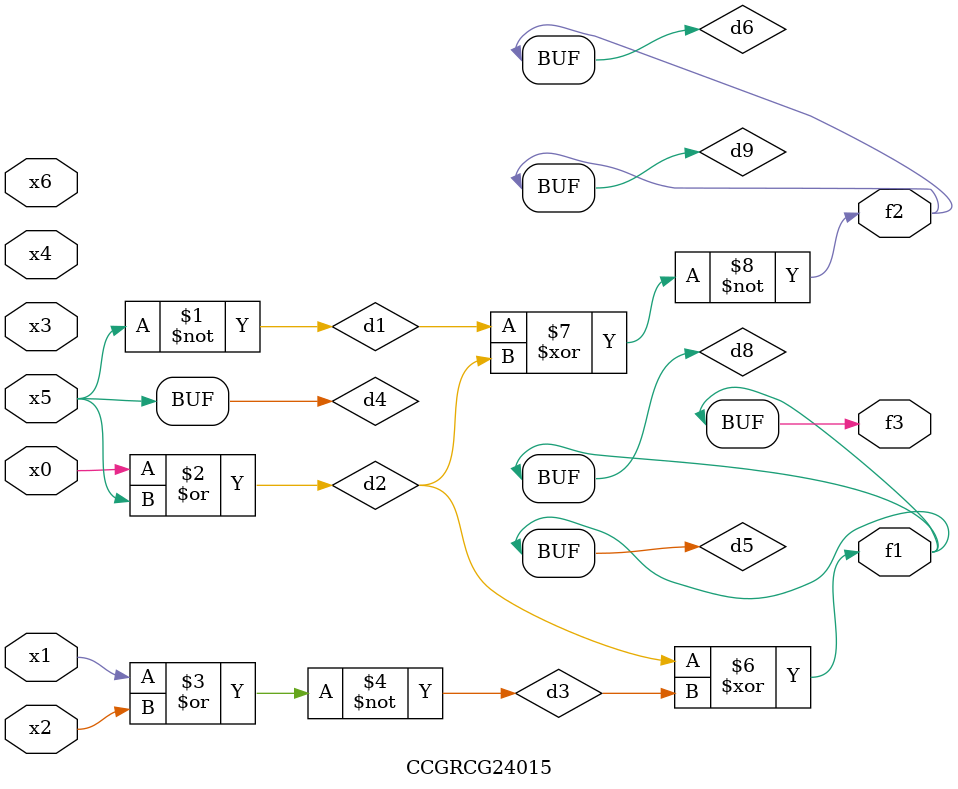
<source format=v>
module CCGRCG24015(
	input x0, x1, x2, x3, x4, x5, x6,
	output f1, f2, f3
);

	wire d1, d2, d3, d4, d5, d6, d7, d8, d9;

	nand (d1, x5);
	or (d2, x0, x5);
	nor (d3, x1, x2);
	xnor (d4, d1);
	xor (d5, d2, d3);
	xnor (d6, d1, d2);
	not (d7, x4);
	buf (d8, d5);
	xor (d9, d6);
	assign f1 = d8;
	assign f2 = d9;
	assign f3 = d8;
endmodule

</source>
